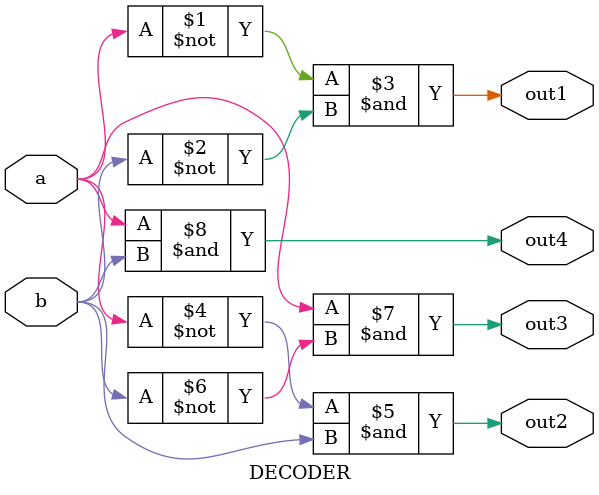
<source format=v>
module DECODER (input a, b, output out1, out2, out3, out4);

    assign out1 = ~a & ~b; // 00
    assign out2 = ~a & b;  // 01
    assign out3 = a & ~b;  // 10
    assign out4 = a & b;   // 11

endmodule
</source>
